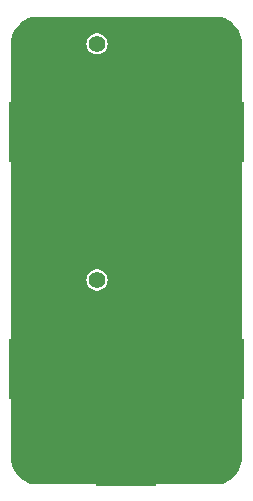
<source format=gbr>
%TF.GenerationSoftware,KiCad,Pcbnew,6.0.9+dfsg-1~bpo11+1*%
%TF.CreationDate,2022-11-11T15:12:30+01:00*%
%TF.ProjectId,013-prototype-board,3031332d-7072-46f7-946f-747970652d62,1*%
%TF.SameCoordinates,Original*%
%TF.FileFunction,Copper,L2,Bot*%
%TF.FilePolarity,Positive*%
%FSLAX46Y46*%
G04 Gerber Fmt 4.6, Leading zero omitted, Abs format (unit mm)*
G04 Created by KiCad (PCBNEW 6.0.9+dfsg-1~bpo11+1) date 2022-11-11 15:12:30*
%MOMM*%
%LPD*%
G01*
G04 APERTURE LIST*
%TA.AperFunction,ComponentPad*%
%ADD10C,3.400000*%
%TD*%
%TA.AperFunction,ComponentPad*%
%ADD11C,1.400000*%
%TD*%
%TA.AperFunction,ComponentPad*%
%ADD12C,0.800000*%
%TD*%
%TA.AperFunction,SMDPad,CuDef*%
%ADD13R,3.000000X5.200000*%
%TD*%
%TA.AperFunction,SMDPad,CuDef*%
%ADD14R,5.200000X3.000000*%
%TD*%
%TA.AperFunction,ViaPad*%
%ADD15C,0.800000*%
%TD*%
G04 APERTURE END LIST*
D10*
%TO.P,H2,1,1*%
%TO.N,GND*%
X152500000Y-112500000D03*
%TD*%
D11*
%TO.P,REF\u002A\u002A,1*%
%TO.N,N/C*%
X157500000Y-97500000D03*
%TD*%
D12*
%TO.P,J2,2,Pin_2*%
%TO.N,GND*%
X168500000Y-106000000D03*
X168000000Y-103500000D03*
X169500000Y-106000000D03*
X169500000Y-104000000D03*
D13*
X168500000Y-105000000D03*
D12*
X168000000Y-106500000D03*
X169000000Y-103500000D03*
X169000000Y-106500000D03*
X167500000Y-104000000D03*
X167500000Y-106000000D03*
X168500000Y-104000000D03*
%TD*%
%TO.P,J2,2,Pin_2*%
%TO.N,GND*%
X168000000Y-83500000D03*
X168000000Y-86500000D03*
X169500000Y-86000000D03*
D13*
X168500000Y-85000000D03*
D12*
X167500000Y-86000000D03*
X169000000Y-86500000D03*
X169000000Y-83500000D03*
X169500000Y-84000000D03*
X168500000Y-84000000D03*
X168500000Y-86000000D03*
X167500000Y-84000000D03*
%TD*%
D10*
%TO.P,H1,1,1*%
%TO.N,GND*%
X152500000Y-77500000D03*
%TD*%
%TO.P,H2,1,1*%
%TO.N,GND*%
X152500000Y-97500000D03*
%TD*%
%TO.P,H4,1,1*%
%TO.N,GND*%
X167500000Y-77500000D03*
%TD*%
D12*
%TO.P,J2,2,Pin_2*%
%TO.N,GND*%
X152500000Y-106000000D03*
X152500000Y-104000000D03*
X150500000Y-106000000D03*
X152000000Y-106500000D03*
X151500000Y-104000000D03*
X152000000Y-103500000D03*
X150500000Y-104000000D03*
X151500000Y-106000000D03*
X151000000Y-103500000D03*
D13*
X151500000Y-105000000D03*
D12*
X151000000Y-106500000D03*
%TD*%
%TO.P,J2,2,Pin_2*%
%TO.N,GND*%
X158500000Y-114000000D03*
X159000000Y-113500000D03*
X158500000Y-113000000D03*
X161000000Y-114500000D03*
X159000000Y-114500000D03*
X161500000Y-113000000D03*
X159000000Y-112500000D03*
X161000000Y-112500000D03*
X161000000Y-113500000D03*
D14*
X160000000Y-113500000D03*
D12*
X161500000Y-114000000D03*
%TD*%
D11*
%TO.P,REF\u002A\u002A,1*%
%TO.N,N/C*%
X157500000Y-77500000D03*
%TD*%
D12*
%TO.P,J2,2,Pin_2*%
%TO.N,GND*%
X151000000Y-83500000D03*
X152000000Y-83500000D03*
X151500000Y-84000000D03*
X151500000Y-86000000D03*
X152000000Y-86500000D03*
X152500000Y-84000000D03*
X152500000Y-86000000D03*
D13*
X151500000Y-85000000D03*
D12*
X150500000Y-86000000D03*
X151000000Y-86500000D03*
X150500000Y-84000000D03*
%TD*%
D10*
%TO.P,H2,1,1*%
%TO.N,GND*%
X167500000Y-112500000D03*
%TD*%
%TO.P,H3,1,1*%
%TO.N,GND*%
X167500000Y-97500000D03*
%TD*%
%TO.P,H3,1,1*%
%TO.N,GND*%
X167500000Y-92500000D03*
%TD*%
%TO.P,H2,1,1*%
%TO.N,GND*%
X152500000Y-92500000D03*
%TD*%
D15*
%TO.N,GND*%
X162800000Y-103100000D03*
X157100000Y-86900000D03*
X157100000Y-103100000D03*
X157100000Y-106900000D03*
X162800000Y-106900000D03*
X157100000Y-83100000D03*
X162800000Y-83100000D03*
X162800000Y-86900000D03*
X160000000Y-79300000D03*
X160000000Y-99300000D03*
%TD*%
%TA.AperFunction,Conductor*%
%TO.N,GND*%
G36*
X167488169Y-75203018D02*
G01*
X167499641Y-75205656D01*
X167510517Y-75203195D01*
X167521664Y-75203214D01*
X167521664Y-75203243D01*
X167531772Y-75202422D01*
X167661986Y-75210298D01*
X167771204Y-75216905D01*
X167783056Y-75218344D01*
X168044422Y-75266241D01*
X168056015Y-75269098D01*
X168262244Y-75333361D01*
X168309695Y-75348148D01*
X168320873Y-75352387D01*
X168563170Y-75461436D01*
X168573756Y-75466992D01*
X168801142Y-75604452D01*
X168810980Y-75611243D01*
X169020132Y-75775103D01*
X169029081Y-75783030D01*
X169216970Y-75970919D01*
X169224897Y-75979868D01*
X169388757Y-76189020D01*
X169395548Y-76198858D01*
X169533008Y-76426244D01*
X169538564Y-76436830D01*
X169647613Y-76679127D01*
X169651852Y-76690305D01*
X169730900Y-76943977D01*
X169733759Y-76955578D01*
X169781655Y-77216936D01*
X169783095Y-77228796D01*
X169788113Y-77311744D01*
X169797547Y-77467712D01*
X169796724Y-77477628D01*
X169796862Y-77477628D01*
X169796842Y-77488776D01*
X169794344Y-77499641D01*
X169796804Y-77510513D01*
X169797059Y-77511638D01*
X169799500Y-77533488D01*
X169799500Y-112465983D01*
X169796982Y-112488169D01*
X169794344Y-112499641D01*
X169796805Y-112510517D01*
X169796786Y-112521664D01*
X169796757Y-112521664D01*
X169797578Y-112531772D01*
X169783096Y-112771197D01*
X169781656Y-112783056D01*
X169733761Y-113044415D01*
X169730900Y-113056023D01*
X169651852Y-113309695D01*
X169647613Y-113320873D01*
X169538564Y-113563170D01*
X169533008Y-113573756D01*
X169395548Y-113801142D01*
X169388757Y-113810980D01*
X169224897Y-114020132D01*
X169216970Y-114029081D01*
X169029081Y-114216970D01*
X169020132Y-114224897D01*
X168810980Y-114388757D01*
X168801142Y-114395548D01*
X168573756Y-114533008D01*
X168563170Y-114538564D01*
X168320873Y-114647613D01*
X168309695Y-114651852D01*
X168056015Y-114730902D01*
X168044422Y-114733759D01*
X167783056Y-114781656D01*
X167771204Y-114783095D01*
X167532288Y-114797547D01*
X167522372Y-114796724D01*
X167522372Y-114796862D01*
X167511224Y-114796842D01*
X167500359Y-114794344D01*
X167488359Y-114797059D01*
X167466512Y-114799500D01*
X152534017Y-114799500D01*
X152511831Y-114796982D01*
X152511801Y-114796975D01*
X152500359Y-114794344D01*
X152489483Y-114796805D01*
X152478336Y-114796786D01*
X152478336Y-114796757D01*
X152468228Y-114797578D01*
X152338014Y-114789702D01*
X152228796Y-114783095D01*
X152216944Y-114781656D01*
X151955578Y-114733759D01*
X151943985Y-114730902D01*
X151690305Y-114651852D01*
X151679127Y-114647613D01*
X151436830Y-114538564D01*
X151426244Y-114533008D01*
X151198858Y-114395548D01*
X151189020Y-114388757D01*
X150979868Y-114224897D01*
X150970919Y-114216970D01*
X150783030Y-114029081D01*
X150775103Y-114020132D01*
X150611243Y-113810980D01*
X150604452Y-113801142D01*
X150466992Y-113573756D01*
X150461436Y-113563170D01*
X150352387Y-113320873D01*
X150348148Y-113309695D01*
X150269100Y-113056023D01*
X150266239Y-113044415D01*
X150218344Y-112783056D01*
X150216904Y-112771197D01*
X150202469Y-112532548D01*
X150204207Y-112511810D01*
X150203747Y-112511757D01*
X150204389Y-112506179D01*
X150205655Y-112500718D01*
X150205656Y-112500000D01*
X150204412Y-112494545D01*
X150202980Y-112488266D01*
X150200500Y-112466248D01*
X150200500Y-97500000D01*
X156594540Y-97500000D01*
X156614326Y-97688256D01*
X156615927Y-97693183D01*
X156615928Y-97693188D01*
X156671219Y-97863354D01*
X156672821Y-97868284D01*
X156767467Y-98032216D01*
X156770939Y-98036072D01*
X156890659Y-98169035D01*
X156890663Y-98169038D01*
X156894129Y-98172888D01*
X157047270Y-98284151D01*
X157052002Y-98286258D01*
X157052004Y-98286259D01*
X157215460Y-98359035D01*
X157220197Y-98361144D01*
X157225267Y-98362222D01*
X157225268Y-98362222D01*
X157262610Y-98370159D01*
X157405354Y-98400500D01*
X157594646Y-98400500D01*
X157737390Y-98370159D01*
X157774732Y-98362222D01*
X157774733Y-98362222D01*
X157779803Y-98361144D01*
X157784540Y-98359035D01*
X157947996Y-98286259D01*
X157947998Y-98286258D01*
X157952730Y-98284151D01*
X158105871Y-98172888D01*
X158109337Y-98169038D01*
X158109341Y-98169035D01*
X158229061Y-98036072D01*
X158232533Y-98032216D01*
X158327179Y-97868284D01*
X158328781Y-97863354D01*
X158384072Y-97693188D01*
X158384073Y-97693183D01*
X158385674Y-97688256D01*
X158405460Y-97500000D01*
X158385674Y-97311744D01*
X158384073Y-97306817D01*
X158384072Y-97306812D01*
X158328781Y-97136646D01*
X158328780Y-97136645D01*
X158327179Y-97131716D01*
X158232533Y-96967784D01*
X158224044Y-96958356D01*
X158109341Y-96830965D01*
X158109337Y-96830962D01*
X158105871Y-96827112D01*
X157952730Y-96715849D01*
X157947998Y-96713742D01*
X157947996Y-96713741D01*
X157784540Y-96640965D01*
X157784539Y-96640965D01*
X157779803Y-96638856D01*
X157774733Y-96637778D01*
X157774732Y-96637778D01*
X157737390Y-96629841D01*
X157594646Y-96599500D01*
X157405354Y-96599500D01*
X157262610Y-96629841D01*
X157225268Y-96637778D01*
X157225267Y-96637778D01*
X157220197Y-96638856D01*
X157215461Y-96640965D01*
X157215460Y-96640965D01*
X157052004Y-96713741D01*
X157052002Y-96713742D01*
X157047270Y-96715849D01*
X156894129Y-96827112D01*
X156890663Y-96830962D01*
X156890659Y-96830965D01*
X156775956Y-96958356D01*
X156767467Y-96967784D01*
X156672821Y-97131716D01*
X156671220Y-97136645D01*
X156671219Y-97136646D01*
X156615928Y-97306812D01*
X156615927Y-97306817D01*
X156614326Y-97311744D01*
X156594540Y-97500000D01*
X150200500Y-97500000D01*
X150200500Y-77534281D01*
X150203057Y-77511926D01*
X150203141Y-77511565D01*
X150205655Y-77500718D01*
X150205656Y-77500000D01*
X156594540Y-77500000D01*
X156614326Y-77688256D01*
X156615927Y-77693183D01*
X156615928Y-77693188D01*
X156671219Y-77863354D01*
X156672821Y-77868284D01*
X156767467Y-78032216D01*
X156770939Y-78036072D01*
X156890659Y-78169035D01*
X156890663Y-78169038D01*
X156894129Y-78172888D01*
X157047270Y-78284151D01*
X157052002Y-78286258D01*
X157052004Y-78286259D01*
X157215460Y-78359035D01*
X157220197Y-78361144D01*
X157225267Y-78362222D01*
X157225268Y-78362222D01*
X157262610Y-78370159D01*
X157405354Y-78400500D01*
X157594646Y-78400500D01*
X157737390Y-78370159D01*
X157774732Y-78362222D01*
X157774733Y-78362222D01*
X157779803Y-78361144D01*
X157784540Y-78359035D01*
X157947996Y-78286259D01*
X157947998Y-78286258D01*
X157952730Y-78284151D01*
X158105871Y-78172888D01*
X158109337Y-78169038D01*
X158109341Y-78169035D01*
X158229061Y-78036072D01*
X158232533Y-78032216D01*
X158327179Y-77868284D01*
X158328781Y-77863354D01*
X158384072Y-77693188D01*
X158384073Y-77693183D01*
X158385674Y-77688256D01*
X158405460Y-77500000D01*
X158385674Y-77311744D01*
X158384073Y-77306817D01*
X158384072Y-77306812D01*
X158328781Y-77136646D01*
X158328780Y-77136645D01*
X158327179Y-77131716D01*
X158232533Y-76967784D01*
X158169821Y-76898135D01*
X158109341Y-76830965D01*
X158109337Y-76830962D01*
X158105871Y-76827112D01*
X157952730Y-76715849D01*
X157947998Y-76713742D01*
X157947996Y-76713741D01*
X157784540Y-76640965D01*
X157784539Y-76640965D01*
X157779803Y-76638856D01*
X157774733Y-76637778D01*
X157774732Y-76637778D01*
X157737390Y-76629841D01*
X157594646Y-76599500D01*
X157405354Y-76599500D01*
X157262610Y-76629841D01*
X157225268Y-76637778D01*
X157225267Y-76637778D01*
X157220197Y-76638856D01*
X157215461Y-76640965D01*
X157215460Y-76640965D01*
X157052004Y-76713741D01*
X157052002Y-76713742D01*
X157047270Y-76715849D01*
X156894129Y-76827112D01*
X156890663Y-76830962D01*
X156890659Y-76830965D01*
X156830179Y-76898135D01*
X156767467Y-76967784D01*
X156672821Y-77131716D01*
X156671220Y-77136645D01*
X156671219Y-77136646D01*
X156615928Y-77306812D01*
X156615927Y-77306817D01*
X156614326Y-77311744D01*
X156594540Y-77500000D01*
X150205656Y-77500000D01*
X150204413Y-77494549D01*
X150203791Y-77488995D01*
X150204159Y-77488954D01*
X150202438Y-77467973D01*
X150209909Y-77344459D01*
X150216905Y-77228797D01*
X150218345Y-77216936D01*
X150266241Y-76955578D01*
X150269100Y-76943977D01*
X150348148Y-76690305D01*
X150352387Y-76679127D01*
X150461436Y-76436830D01*
X150466992Y-76426244D01*
X150604452Y-76198858D01*
X150611243Y-76189020D01*
X150775103Y-75979868D01*
X150783030Y-75970919D01*
X150970919Y-75783030D01*
X150979868Y-75775103D01*
X151189020Y-75611243D01*
X151198858Y-75604452D01*
X151426244Y-75466992D01*
X151436830Y-75461436D01*
X151679127Y-75352387D01*
X151690305Y-75348148D01*
X151737756Y-75333361D01*
X151943985Y-75269098D01*
X151955578Y-75266241D01*
X152216944Y-75218344D01*
X152228796Y-75216905D01*
X152467712Y-75202453D01*
X152477628Y-75203276D01*
X152477628Y-75203138D01*
X152488776Y-75203158D01*
X152499641Y-75205656D01*
X152511641Y-75202941D01*
X152533488Y-75200500D01*
X167465983Y-75200500D01*
X167488169Y-75203018D01*
G37*
%TD.AperFunction*%
%TD*%
M02*

</source>
